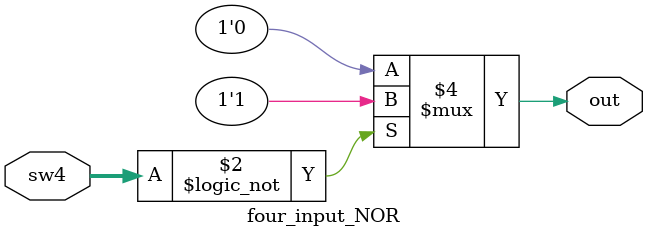
<source format=v>
module four_input_NAND_and_NOR_GATE(swa ,swo , LED_N5_R, LED_T6_G);
input [3:0] swa;
input [3:0] swo;
output reg LED_N5_R;
output reg LED_T6_G;
wire outa;
wire outo;
always @(swo or swa) begin
	LED_N5_R=~outa;
	LED_T6_G=~outo;
	
end
four_input_NAND NAND(
	.sw4(swa),
	.out(outa)
	);

four_input_NOR NOR(
	.sw4(swo),
	.out(outo)
	);

endmodule

module four_input_NAND(sw4, out);
input [3:0] sw4;
output reg out;

always @(sw4) begin
	if (sw4==4'b1111) begin
		out=1'b0;
		
	end
	else begin
		out=1'b1;
	end
end

endmodule


module four_input_NOR(sw4, out);
input [3:0] sw4;
output reg out;

always @(sw4) begin
	if (sw4==4'b0000) begin
		out=1'b1;
		
	end
	else begin
		out=1'b0;
	end
end

endmodule
</source>
